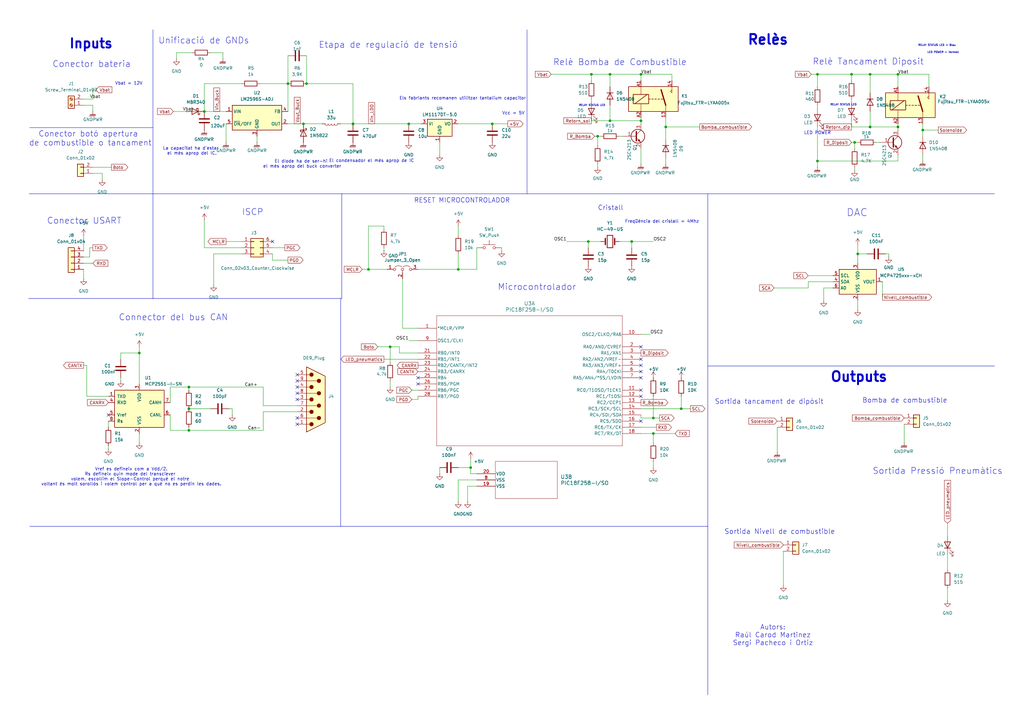
<source format=kicad_sch>
(kicad_sch (version 20231120) (generator "eeschema") (generator_version "8.0")
  (paper "A3")
  (junction (at 193.04 191.77))
  (junction (at 356.87 30.48))
  (junction (at 378.46 53.34))
  (junction (at 77.47 158.75))
  (junction (at 160.02 142.24))
  (junction (at 250.19 49.53))
  (junction (at 118.11 34.29))
  (junction (at 262.89 30.48))
  (junction (at 77.47 167.64))
  (junction (at 201.93 50.8))
  (junction (at 267.97 171.45))
  (junction (at 262.89 49.53))
  (junction (at 187.96 110.49))
  (junction (at 83.82 45.72))
  (junction (at 267.97 177.8))
  (junction (at 167.64 50.8))
  (junction (at 57.15 144.78))
  (junction (at 151.13 110.49))
  (junction (at 144.78 50.8))
  (junction (at 350.52 58.42))
  (junction (at 335.28 30.48))
  (junction (at 335.28 66.04))
  (junction (at 124.46 50.8))
  (junction (at 351.79 104.14))
  (junction (at 273.05 52.07))
  (junction (at 242.57 30.48))
  (junction (at 356.87 52.07))
  (junction (at 250.19 30.48))
  (junction (at 368.3 30.48))
  (junction (at 125.73 34.29))
  (junction (at 368.3 52.07))
  (junction (at 241.3 99.06))
  (junction (at 349.25 30.48))
  (junction (at 77.47 176.53))
  (junction (at 245.11 55.88))
  (junction (at 279.4 167.64))
  (junction (at 259.08 99.06))
  (no_connect (at 262.89 172.72))
  (no_connect (at 262.89 162.56))
  (no_connect (at 121.92 153.67))
  (no_connect (at 262.89 149.86))
  (no_connect (at 121.92 171.45))
  (no_connect (at 121.92 158.75))
  (no_connect (at 121.92 161.29))
  (no_connect (at 171.45 157.48))
  (no_connect (at 171.45 154.94))
  (no_connect (at 121.92 163.83))
  (no_connect (at 121.92 156.21))
  (no_connect (at 262.89 152.4))
  (no_connect (at 262.89 154.94))
  (no_connect (at 262.89 142.24))
  (no_connect (at 121.92 173.99))
  (no_connect (at 262.89 147.32))
  (no_connect (at 111.76 99.06))
  (no_connect (at 262.89 160.02))
  (no_connect (at 44.45 170.18))
  (wire (pts (xy 77.47 175.26) (xy 77.47 176.53)))
  (wire (pts (xy 144.78 50.8) (xy 167.64 50.8)))
  (wire (pts (xy 83.82 90.17) (xy 83.82 101.6)))
  (wire (pts (xy 318.77 175.26) (xy 318.77 185.42)))
  (wire (pts (xy 151.13 92.71) (xy 151.13 110.49)))
  (wire (pts (xy 349.25 58.42) (xy 350.52 58.42)))
  (wire (pts (xy 105.41 55.88) (xy 105.41 58.42)))
  (wire (pts (xy 160.02 142.24) (xy 163.83 142.24)))
  (wire (pts (xy 275.59 33.02) (xy 275.59 30.48)))
  (wire (pts (xy 118.11 22.86) (xy 118.11 34.29)))
  (wire (pts (xy 349.25 33.02) (xy 349.25 30.48)))
  (wire (pts (xy 205.74 101.6) (xy 205.74 102.87)))
  (wire (pts (xy 335.28 30.48) (xy 335.28 35.56)))
  (wire (pts (xy 332.74 30.48) (xy 335.28 30.48)))
  (wire (pts (xy 38.1 68.58) (xy 45.72 68.58)))
  (wire (pts (xy 370.84 173.99) (xy 370.84 181.61)))
  (wire (pts (xy 107.95 166.37) (xy 121.92 166.37)))
  (wire (pts (xy 154.94 142.24) (xy 160.02 142.24)))
  (wire (pts (xy 262.89 49.53) (xy 262.89 50.8)))
  (wire (pts (xy 187.96 196.85) (xy 187.96 205.74)))
  (wire (pts (xy 69.85 176.53) (xy 69.85 170.18)))
  (wire (pts (xy 250.19 43.18) (xy 250.19 49.53)))
  (wire (pts (xy 363.22 104.14) (xy 364.49 104.14)))
  (wire (pts (xy 34.29 114.3) (xy 34.29 110.49)))
  (wire (pts (xy 87.63 104.14) (xy 87.63 116.84)))
  (wire (pts (xy 368.3 50.8) (xy 368.3 52.07)))
  (wire (pts (xy 201.93 50.8) (xy 208.28 50.8)))
  (wire (pts (xy 193.04 187.96) (xy 193.04 191.77)))
  (wire (pts (xy 118.11 34.29) (xy 118.11 45.72)))
  (wire (pts (xy 107.95 168.91) (xy 107.95 176.53)))
  (wire (pts (xy 111.76 101.6) (xy 116.84 101.6)))
  (wire (pts (xy 57.15 144.78) (xy 57.15 157.48)))
  (wire (pts (xy 242.57 40.64) (xy 242.57 41.91)))
  (wire (pts (xy 193.04 191.77) (xy 193.04 194.31)))
  (wire (pts (xy 148.59 110.49) (xy 151.13 110.49)))
  (wire (pts (xy 279.4 167.64) (xy 283.21 167.64)))
  (wire (pts (xy 83.82 45.72) (xy 92.71 45.72)))
  (wire (pts (xy 92.71 50.8) (xy 92.71 58.42)))
  (wire (pts (xy 350.52 58.42) (xy 351.79 58.42)))
  (wire (pts (xy 273.05 52.07) (xy 287.02 52.07)))
  (wire (pts (xy 245.11 55.88) (xy 246.38 55.88)))
  (wire (pts (xy 171.45 162.56) (xy 171.45 163.83)))
  (wire (pts (xy 266.7 137.16) (xy 262.89 137.16)))
  (wire (pts (xy 250.19 49.53) (xy 262.89 49.53)))
  (wire (pts (xy 254 55.88) (xy 255.27 55.88)))
  (wire (pts (xy 107.95 168.91) (xy 121.92 168.91)))
  (wire (pts (xy 250.19 30.48) (xy 250.19 35.56)))
  (polyline (pts (xy 63.754 79.502) (xy 216.154 79.502)))
  (wire (pts (xy 262.89 60.96) (xy 262.89 67.31)))
  (wire (pts (xy 242.57 49.53) (xy 250.19 49.53)))
  (wire (pts (xy 38.1 71.12) (xy 41.91 71.12)))
  (wire (pts (xy 99.06 104.14) (xy 87.63 104.14)))
  (wire (pts (xy 38.1 36.83) (xy 38.1 40.64)))
  (wire (pts (xy 160.02 142.24) (xy 160.02 148.59)))
  (wire (pts (xy 38.1 45.72) (xy 38.1 43.18)))
  (wire (pts (xy 356.87 30.48) (xy 368.3 30.48)))
  (wire (pts (xy 163.83 144.78) (xy 163.83 142.24)))
  (wire (pts (xy 349.25 49.53) (xy 349.25 52.07)))
  (wire (pts (xy 144.78 34.29) (xy 144.78 50.8)))
  (wire (pts (xy 349.25 40.64) (xy 349.25 41.91)))
  (polyline (pts (xy 290.322 79.502) (xy 407.924 79.502)))
  (wire (pts (xy 262.89 171.45) (xy 267.97 171.45)))
  (wire (pts (xy 38.1 107.95) (xy 34.29 107.95)))
  (wire (pts (xy 35.56 149.86) (xy 35.56 162.56)))
  (wire (pts (xy 118.11 50.8) (xy 124.46 50.8)))
  (wire (pts (xy 273.05 67.31) (xy 273.05 64.77)))
  (wire (pts (xy 361.95 115.57) (xy 361.95 121.92)))
  (wire (pts (xy 71.12 45.72) (xy 76.2 45.72)))
  (wire (pts (xy 259.08 99.06) (xy 259.08 101.6)))
  (wire (pts (xy 171.45 144.78) (xy 163.83 144.78)))
  (wire (pts (xy 335.28 30.48) (xy 349.25 30.48)))
  (wire (pts (xy 39.37 36.83) (xy 38.1 36.83)))
  (wire (pts (xy 368.3 66.04) (xy 368.3 63.5)))
  (wire (pts (xy 356.87 38.1) (xy 356.87 30.48)))
  (wire (pts (xy 160.02 156.21) (xy 160.02 158.75)))
  (wire (pts (xy 359.41 58.42) (xy 360.68 58.42)))
  (wire (pts (xy 72.39 21.59) (xy 72.39 24.13)))
  (wire (pts (xy 95.25 167.64) (xy 93.98 167.64)))
  (wire (pts (xy 57.15 142.24) (xy 57.15 144.78)))
  (wire (pts (xy 356.87 45.72) (xy 356.87 52.07)))
  (polyline (pts (xy 290.322 79.502) (xy 290.322 215.9)))
  (wire (pts (xy 269.24 175.26) (xy 262.89 175.26)))
  (wire (pts (xy 165.1 114.3) (xy 165.1 134.62)))
  (wire (pts (xy 34.29 96.52) (xy 34.29 102.87)))
  (wire (pts (xy 83.82 34.29) (xy 99.06 34.29)))
  (wire (pts (xy 107.95 166.37) (xy 107.95 158.75)))
  (polyline (pts (xy 62.738 52.324) (xy 12.192 52.324)))
  (wire (pts (xy 350.52 68.58) (xy 350.52 69.85)))
  (wire (pts (xy 381 30.48) (xy 368.3 30.48)))
  (wire (pts (xy 44.45 182.88) (xy 44.45 184.15)))
  (wire (pts (xy 351.79 104.14) (xy 351.79 107.95)))
  (wire (pts (xy 69.85 158.75) (xy 77.47 158.75)))
  (polyline (pts (xy 140.208 122.428) (xy 140.208 79.502)))
  (wire (pts (xy 151.13 110.49) (xy 158.75 110.49)))
  (wire (pts (xy 262.89 33.02) (xy 262.89 30.48)))
  (wire (pts (xy 388.62 227.33) (xy 388.62 233.68)))
  (wire (pts (xy 180.34 58.42) (xy 180.34 63.5)))
  (wire (pts (xy 111.76 104.14) (xy 111.76 106.68)))
  (polyline (pts (xy 290.322 150.114) (xy 407.924 150.114)))
  (wire (pts (xy 187.96 104.14) (xy 187.96 110.49)))
  (wire (pts (xy 187.96 92.71) (xy 187.96 96.52)))
  (wire (pts (xy 368.3 52.07) (xy 368.3 53.34)))
  (wire (pts (xy 317.5 118.11) (xy 331.47 118.11)))
  (wire (pts (xy 187.96 50.8) (xy 201.93 50.8)))
  (wire (pts (xy 195.58 199.39) (xy 191.77 199.39)))
  (wire (pts (xy 69.85 176.53) (xy 77.47 176.53)))
  (polyline (pts (xy 62.738 122.428) (xy 140.208 122.428)))
  (polyline (pts (xy 139.7 122.428) (xy 139.7 215.9)))
  (polyline (pts (xy 12.192 215.9) (xy 139.7 215.9)))
  (wire (pts (xy 226.06 30.48) (xy 242.57 30.48)))
  (wire (pts (xy 381 35.56) (xy 381 30.48)))
  (wire (pts (xy 36.83 101.6) (xy 36.83 105.41)))
  (wire (pts (xy 77.47 160.02) (xy 77.47 158.75)))
  (wire (pts (xy 262.89 170.18) (xy 262.89 171.45)))
  (wire (pts (xy 69.85 158.75) (xy 69.85 165.1)))
  (wire (pts (xy 38.1 101.6) (xy 36.83 101.6)))
  (wire (pts (xy 125.73 22.86) (xy 125.73 34.29)))
  (wire (pts (xy 335.28 52.07) (xy 335.28 66.04)))
  (wire (pts (xy 279.4 162.56) (xy 279.4 167.64)))
  (wire (pts (xy 267.97 171.45) (xy 270.51 171.45)))
  (wire (pts (xy 335.28 43.18) (xy 335.28 44.45)))
  (wire (pts (xy 171.45 110.49) (xy 187.96 110.49)))
  (wire (pts (xy 331.47 118.11) (xy 331.47 115.57)))
  (polyline (pts (xy 62.738 12.192) (xy 62.738 122.428)))
  (wire (pts (xy 49.53 144.78) (xy 49.53 147.32)))
  (wire (pts (xy 78.74 21.59) (xy 72.39 21.59)))
  (wire (pts (xy 57.15 177.8) (xy 57.15 181.61)))
  (wire (pts (xy 41.91 71.12) (xy 41.91 73.66)))
  (wire (pts (xy 83.82 101.6) (xy 99.06 101.6)))
  (wire (pts (xy 250.19 30.48) (xy 262.89 30.48)))
  (wire (pts (xy 92.71 99.06) (xy 99.06 99.06)))
  (wire (pts (xy 36.83 105.41) (xy 34.29 105.41)))
  (wire (pts (xy 195.58 196.85) (xy 187.96 196.85)))
  (wire (pts (xy 384.81 53.34) (xy 378.46 53.34)))
  (wire (pts (xy 232.41 99.06) (xy 241.3 99.06)))
  (wire (pts (xy 262.89 177.8) (xy 267.97 177.8)))
  (polyline (pts (xy 290.322 215.9) (xy 139.7 215.9)))
  (wire (pts (xy 364.49 104.14) (xy 364.49 105.41)))
  (wire (pts (xy 125.73 34.29) (xy 144.78 34.29)))
  (wire (pts (xy 77.47 176.53) (xy 107.95 176.53)))
  (wire (pts (xy 139.7 50.8) (xy 144.78 50.8)))
  (wire (pts (xy 267.97 177.8) (xy 267.97 181.61)))
  (wire (pts (xy 91.44 21.59) (xy 91.44 24.13)))
  (wire (pts (xy 388.62 214.63) (xy 388.62 219.71)))
  (wire (pts (xy 77.47 167.64) (xy 86.36 167.64)))
  (wire (pts (xy 191.77 199.39) (xy 191.77 205.74)))
  (wire (pts (xy 242.57 30.48) (xy 250.19 30.48)))
  (wire (pts (xy 157.48 93.98) (xy 157.48 92.71)))
  (wire (pts (xy 168.91 160.02) (xy 171.45 160.02)))
  (polyline (pts (xy 11.938 79.502) (xy 63.754 79.502)))
  (wire (pts (xy 86.36 21.59) (xy 91.44 21.59)))
  (wire (pts (xy 349.25 52.07) (xy 356.87 52.07)))
  (wire (pts (xy 378.46 53.34) (xy 378.46 55.88)))
  (wire (pts (xy 388.62 241.3) (xy 388.62 246.38)))
  (wire (pts (xy 267.97 177.8) (xy 276.86 177.8)))
  (wire (pts (xy 44.45 175.26) (xy 44.45 172.72)))
  (wire (pts (xy 195.58 101.6) (xy 195.58 110.49)))
  (polyline (pts (xy 140.208 79.502) (xy 139.954 79.502)))
  (wire (pts (xy 273.05 52.07) (xy 273.05 57.15)))
  (wire (pts (xy 165.1 134.62) (xy 171.45 134.62)))
  (wire (pts (xy 331.47 115.57) (xy 341.63 115.57)))
  (wire (pts (xy 351.79 100.33) (xy 351.79 104.14)))
  (wire (pts (xy 187.96 110.49) (xy 195.58 110.49)))
  (wire (pts (xy 267.97 189.23) (xy 267.97 191.77)))
  (wire (pts (xy 245.11 67.31) (xy 245.11 68.58)))
  (wire (pts (xy 157.48 92.71) (xy 151.13 92.71)))
  (polyline (pts (xy 290.322 215.9) (xy 290.322 284.988)))
  (wire (pts (xy 378.46 63.5) (xy 378.46 66.04)))
  (polyline (pts (xy 216.154 79.502) (xy 290.322 79.502)))
  (wire (pts (xy 262.89 48.26) (xy 262.89 49.53)))
  (wire (pts (xy 321.31 226.06) (xy 321.31 240.03)))
  (wire (pts (xy 106.68 34.29) (xy 118.11 34.29)))
  (wire (pts (xy 349.25 30.48) (xy 356.87 30.48)))
  (wire (pts (xy 95.25 167.64) (xy 95.25 170.18)))
  (wire (pts (xy 195.58 194.31) (xy 193.04 194.31)))
  (wire (pts (xy 335.28 66.04) (xy 335.28 68.58)))
  (wire (pts (xy 243.84 55.88) (xy 245.11 55.88)))
  (wire (pts (xy 275.59 30.48) (xy 262.89 30.48)))
  (wire (pts (xy 378.46 50.8) (xy 378.46 53.34)))
  (wire (pts (xy 356.87 52.07) (xy 368.3 52.07)))
  (wire (pts (xy 111.76 106.68) (xy 118.11 106.68)))
  (wire (pts (xy 351.79 127) (xy 351.79 123.19)))
  (wire (pts (xy 335.28 66.04) (xy 368.3 66.04)))
  (polyline (pts (xy 11.684 122.428) (xy 62.738 122.428)))
  (wire (pts (xy 368.3 35.56) (xy 368.3 30.48)))
  (wire (pts (xy 351.79 104.14) (xy 355.6 104.14)))
  (wire (pts (xy 168.91 163.83) (xy 171.45 163.83)))
  (wire (pts (xy 337.82 118.11) (xy 337.82 123.19)))
  (wire (pts (xy 180.34 191.77) (xy 180.34 194.31)))
  (wire (pts (xy 157.48 147.32) (xy 171.45 147.32)))
  (wire (pts (xy 245.11 55.88) (xy 245.11 59.69)))
  (wire (pts (xy 35.56 162.56) (xy 44.45 162.56)))
  (wire (pts (xy 331.47 113.03) (xy 341.63 113.03)))
  (wire (pts (xy 77.47 158.75) (xy 107.95 158.75)))
  (wire (pts (xy 350.52 58.42) (xy 350.52 60.96)))
  (wire (pts (xy 38.1 43.18) (xy 34.29 43.18)))
  (wire (pts (xy 254 99.06) (xy 259.08 99.06)))
  (wire (pts (xy 157.48 101.6) (xy 157.48 102.87)))
  (wire (pts (xy 267.97 162.56) (xy 267.97 171.45)))
  (wire (pts (xy 49.53 144.78) (xy 57.15 144.78)))
  (wire (pts (xy 34.29 149.86) (xy 35.56 149.86)))
  (wire (pts (xy 124.46 50.8) (xy 132.08 50.8)))
  (wire (pts (xy 259.08 99.06) (xy 267.97 99.06)))
  (wire (pts (xy 262.89 167.64) (xy 279.4 167.64)))
  (wire (pts (xy 49.53 154.94) (xy 49.53 156.21)))
  (wire (pts (xy 171.45 139.7) (xy 167.64 139.7)))
  (wire (pts (xy 341.63 118.11) (xy 337.82 118.11)))
  (wire (pts (xy 241.3 101.6) (xy 241.3 99.06)))
  (polyline (pts (xy 216.154 12.192) (xy 216.154 79.502)))
  (wire (pts (xy 241.3 99.06) (xy 246.38 99.06)))
  (wire (pts (xy 242.57 33.02) (xy 242.57 30.48)))
  (wire (pts (xy 38.1 40.64) (xy 34.29 40.64)))
  (wire (pts (xy 83.82 45.72) (xy 83.82 34.29)))
  (wire (pts (xy 167.64 50.8) (xy 172.72 50.8)))
  (wire (pts (xy 187.96 191.77) (xy 193.04 191.77)))
  (wire (pts (xy 273.05 48.26) (xy 273.05 52.07)))
  (text "DAC" (at 351.536 87.376 0) (effects (font (size 3 3))))
  (text "Relè Bomba de Combustible\n" (at 254.254 25.654 0) (effects (font (size 2.54 2.54))))
  (text "Cristall" (at 250.444 85.344 0) (effects (font (size 1.905 1.905))))
  (text "LED POWER = Vermell\n" (at 386.842 21.59 0) (effects (font (size 0.762 0.762))))
  (text "RESET MICROCONTROLADOR\n" (at 189.484 82.296 0) (effects (font (size 1.905 1.905))))
  (text "El díode ha de ser-hi \nel més aprop del buck converter" (at 123.952 67.31 0) (effects (font (size 1.27 1.27))))
  (text "Etapa de regulació de tensió\n" (at 159.258 18.542 0) (effects (font (size 2.56 2.56))))
  (text "RELAY STATUS LED = Blau\n\n" (at 384.302 19.304 0) (effects (font (size 0.762 0.762))))
  (text "Outputs" (at 352.298 154.686 0) (effects (font (size 4 4) (thickness 0.8) (bold yes))))
  (text "Conector USART" (at 34.544 90.678 0) (effects (font (size 2.54 2.54))))
  (text "El condensador el més aprop de IC" (at 152.4 66.04 0) (effects (font (size 1.27 1.27))))
  (text "RELAY STATUS LED\n\n" (at 242.824 43.942 0) (effects (font (size 0.762 0.762))))
  (text "Vref es defineix com a Vdd/2.\nRs defineix quin mode del transciever \nvolem, escollim el Slope-Control perquè el notre \nvoltant és molt sorollòs i volem control per a què no es perdin les dades.\n" (at 53.848 195.58 0) (effects (font (size 1.27 1.27))))
  (text "Vbat = 12V" (at 52.832 34.29 0) (effects (font (size 1.27 1.27))))
  (text "Sortida tancament de dipòsit\n" (at 315.468 164.846 0) (effects (font (size 2 2))))
  (text "Vcc = 5V\n" (at 210.566 46.482 0) (effects (font (size 1.27 1.27))))
  (text "Bomba de combustible\n" (at 371.094 164.338 0) (effects (font (size 2 2))))
  (text "RELAY STATUS LED\n\n" (at 345.948 43.688 0) (effects (font (size 0.762 0.762))))
  (text "Unificació de GNDs\n" (at 83.566 16.764 0) (effects (font (size 2.54 2.54))))
  (text "Freqüència del cristall = 4Mhz" (at 271.526 90.932 0) (effects (font (size 1.27 1.27))))
  (text "Inputs" (at 37.338 18.034 0) (effects (font (size 3.81 3.81) (thickness 0.762) (bold yes))))
  (text "Relès\n\n\n" (at 314.96 22.86 0) (effects (font (size 4 4) (thickness 0.8) (bold yes))))
  (text "Sortida Pressió Pneumàtics" (at 384.556 193.294 0) (effects (font (size 2.54 2.54))))
  (text "Sortida Nivell de combustible\n" (at 319.786 218.186 0) (effects (font (size 2 2))))
  (text "Microcontrolador" (at 220.218 117.856 0) (effects (font (size 2.54 2.54))))
  (text "Els fabriants recomanen utilitzar tantalium capacitor" (at 189.738 40.386 0) (effects (font (size 1.27 1.27))))
  (text "LED POWER\n" (at 335.28 54.61 0) (effects (font (size 1.27 1.27))))
  (text "La capacitat ha d'estar \nel més aprop del IC." (at 78.74 61.976 0) (effects (font (size 1.27 1.27))))
  (text "Autors:\nRaúl Carod Martinez\nSergi Pacheco i Ortiz\n" (at 316.992 260.604 0) (effects (font (size 2 2))))
  (text "Conector botó apertura \nde combustible o tancament" (at 37.084 56.896 0) (effects (font (size 2.3 2.3))))
  (text "Conector bateria" (at 37.592 26.416 0) (effects (font (size 2.54 2.54))))
  (text "Relè Tancament Diposit\n" (at 356.108 25.4 0) (effects (font (size 2.54 2.54))))
  (text "Connector del bus CAN" (at 71.12 130.302 0) (effects (font (size 2.54 2.54))))
  (text "ISCP" (at 103.632 87.122 0) (effects (font (size 2.54 2.54))))
  (label "Vbat" (at 368.3 30.48 0))
  (label "OSC2" (at 267.97 99.06 0))
  (label "Vbat" (at 262.89 30.48 0))
  (label "OSC1" (at 232.41 99.06 180))
  (label "Vbat" (at 74.93 45.72 0))
  (label "OSC2" (at 266.7 137.16 0))
  (label "Vbat" (at 36.83 40.64 0))
  (label "Can+" (at 100.33 158.75 0))
  (label "OSC1" (at 167.64 139.7 180))
  (label "Can-" (at 101.6 176.53 0))
  (global_label "SCA" (shape input) (at 317.5 118.11 180) (property "Intersheetrefs" "${INTERSHEET_REFS}" (effects (hide yes))))
  (global_label "TXD" (shape input) (at 276.86 177.8 0) (property "Intersheetrefs" "${INTERSHEET_REFS}" (effects (hide yes))))
  (global_label "RXD" (shape input) (at 38.1 107.95 0) (property "Intersheetrefs" "${INTERSHEET_REFS}" (effects (hide yes))))
  (global_label "Retorn_dip" (shape passive) (at 349.25 52.07 180) (property "Intersheetrefs" "${INTERSHEET_REFS}" (effects (hide yes))))
  (global_label "Vin_Buck" (shape passive) (at 88.9 45.72 90) (property "Intersheetrefs" "${INTERSHEET_REFS}" (effects (hide yes))))
  (global_label "SCA" (shape output) (at 270.51 171.45 0) (property "Intersheetrefs" "${INTERSHEET_REFS}" (effects (hide yes))))
  (global_label "Vbat" (shape input) (at 71.12 45.72 180) (property "Intersheetrefs" "${INTERSHEET_REFS}" (effects (hide yes))))
  (global_label "CANTX" (shape input) (at 171.45 152.4 180) (property "Intersheetrefs" "${INTERSHEET_REFS}" (effects (hide yes))))
  (global_label "Vin_LDO" (shape passive) (at 152.4 50.8 90) (property "Intersheetrefs" "${INTERSHEET_REFS}" (effects (hide yes))))
  (global_label "Bomba_combustible" (shape input) (at 370.84 171.45 180) (property "Intersheetrefs" "${INTERSHEET_REFS}" (effects (hide yes))))
  (global_label "Vbat" (shape input) (at 226.06 30.48 180) (property "Intersheetrefs" "${INTERSHEET_REFS}" (effects (hide yes))))
  (global_label "Boto" (shape output) (at 45.72 68.58 0) (property "Intersheetrefs" "${INTERSHEET_REFS}" (effects (hide yes))))
  (global_label "Retorn_sol" (shape passive) (at 242.57 49.53 180) (property "Intersheetrefs" "${INTERSHEET_REFS}" (effects (hide yes))))
  (global_label "R_Dipòsit" (shape output) (at 262.89 144.78 0) (property "Intersheetrefs" "${INTERSHEET_REFS}" (effects (hide yes))))
  (global_label "Vout_Buck" (shape passive) (at 121.92 50.8 90) (property "Intersheetrefs" "${INTERSHEET_REFS}" (effects (hide yes))))
  (global_label "TXD" (shape output) (at 38.1 101.6 0) (property "Intersheetrefs" "${INTERSHEET_REFS}" (effects (hide yes))))
  (global_label "Solenoide" (shape output) (at 384.81 53.34 0) (property "Intersheetrefs" "${INTERSHEET_REFS}" (effects (hide yes))))
  (global_label "SCL" (shape input) (at 331.47 113.03 180) (property "Intersheetrefs" "${INTERSHEET_REFS}" (effects (hide yes))))
  (global_label "RXD" (shape output) (at 269.24 175.26 0) (property "Intersheetrefs" "${INTERSHEET_REFS}" (effects (hide yes))))
  (global_label "Nivell_combustible" (shape input) (at 321.31 223.52 180) (property "Intersheetrefs" "${INTERSHEET_REFS}" (effects (hide yes))))
  (global_label "PGC" (shape input) (at 168.91 160.02 180) (property "Intersheetrefs" "${INTERSHEET_REFS}" (effects (hide yes))))
  (global_label "Vbat" (shape input) (at 332.74 30.48 180) (property "Intersheetrefs" "${INTERSHEET_REFS}" (effects (hide yes))))
  (global_label "MCLR" (shape input) (at 148.59 110.49 180) (property "Intersheetrefs" "${INTERSHEET_REFS}" (effects (hide yes))))
  (global_label "CANTX" (shape output) (at 34.29 149.86 180) (property "Intersheetrefs" "${INTERSHEET_REFS}" (effects (hide yes))))
  (global_label "LED_pneumatics" (shape output) (at 157.48 147.32 180) (property "Intersheetrefs" "${INTERSHEET_REFS}" (effects (hide yes))))
  (global_label "Boto" (shape input) (at 154.94 142.24 180) (property "Intersheetrefs" "${INTERSHEET_REFS}" (effects (hide yes))))
  (global_label "Solenoide" (shape input) (at 318.77 172.72 180) (property "Intersheetrefs" "${INTERSHEET_REFS}" (effects (hide yes))))
  (global_label "+5V" (shape output) (at 208.28 50.8 0) (property "Intersheetrefs" "${INTERSHEET_REFS}" (effects (hide yes))))
  (global_label "Bomba_combustible" (shape output) (at 287.02 52.07 0) (property "Intersheetrefs" "${INTERSHEET_REFS}" (effects (hide yes))))
  (global_label "R_Dipòsit" (shape input) (at 349.25 58.42 180) (property "Intersheetrefs" "${INTERSHEET_REFS}" (effects (hide yes))))
  (global_label "CANRX" (shape output) (at 171.45 149.86 180) (property "Intersheetrefs" "${INTERSHEET_REFS}" (effects (hide yes))))
  (global_label "LED_pneumatics" (shape input) (at 388.62 214.63 90) (property "Intersheetrefs" "${INTERSHEET_REFS}" (effects (hide yes))))
  (global_label "MCLR" (shape output) (at 92.71 99.06 180) (property "Intersheetrefs" "${INTERSHEET_REFS}" (effects (hide yes))))
  (global_label "PGD" (shape input) (at 168.91 163.83 180) (property "Intersheetrefs" "${INTERSHEET_REFS}" (effects (hide yes))))
  (global_label "R_Bomba" (shape input) (at 243.84 55.88 180) (property "Intersheetrefs" "${INTERSHEET_REFS}" (effects (hide yes))))
  (global_label "Nivell_combustible" (shape output) (at 361.95 121.92 0) (property "Intersheetrefs" "${INTERSHEET_REFS}" (effects (hide yes))))
  (global_label "R_Bomba" (shape output) (at 262.89 165.1 0) (property "Intersheetrefs" "${INTERSHEET_REFS}" (effects (hide yes))))
  (global_label "CANRX" (shape input) (at 44.45 165.1 180) (property "Intersheetrefs" "${INTERSHEET_REFS}" (effects (hide yes))))
  (global_label "PGD" (shape output) (at 118.11 106.68 0) (property "Intersheetrefs" "${INTERSHEET_REFS}" (effects (hide yes))))
  (global_label "SCL" (shape output) (at 283.21 167.64 0) (property "Intersheetrefs" "${INTERSHEET_REFS}" (effects (hide yes))))
  (global_label "PGC" (shape output) (at 116.84 101.6 0) (property "Intersheetrefs" "${INTERSHEET_REFS}" (effects (hide yes))))
  (global_label "Vbat" (shape input) (at 39.37 36.83 0) (property "Intersheetrefs" "${INTERSHEET_REFS}" (effects (hide yes))))
  (symbol (lib_id "Diode:1N5822") (at 124.46 54.61 270) (unit 1)
    (property "Reference" "D2" (at 127 53.0224 90) (effects (justify left)))
    (property "Value" "1N5822" (at 127 55.5624 90) (effects (justify left)))
    (property "Footprint" "Diode_THT:D_DO-201AD_P15.24mm_Horizontal" (effects (hide yes)))
    (property "Datasheet" "http://www.vishay.com/docs/88526/1n5820.pdf" (effects (hide yes)))
    (property "Description" "40V 3A Schottky Barrier Rectifier Diode, DO-201AD" (effects (hide yes)))
  )
  (symbol (lib_id "Switch:SW_Push") (at 200.66 101.6 0) (unit 1)
    (property "Reference" "SW1" (at 200.66 93.98 0))
    (property "Value" "SW_Push" (at 200.66 96.52 0))
    (property "Footprint" "Button_Switch_SMD:SW_Push_SPST_NO_Alps_SKRK" (effects (hide yes)))
    (property "Description" "Push button switch, generic, two pins" (effects (hide yes)))
  )
  (symbol (lib_id "power:VCC") (at 187.96 92.71 0) (unit 1)
    (property "Reference" "#PWR40" (effects (hide yes)))
    (property "Value" "+5V" (at 187.96 87.63 0))
    (property "Description" "Power symbol creates a global label with name \"VCC\"" (effects (hide yes)))
  )
  (symbol (lib_id "Device:R") (at 349.25 36.83 0) (unit 1)
    (property "Reference" "R16" (at 343.916 35.56 0) (effects (justify left)))
    (property "Value" "510" (at 343.916 38.1 0) (effects (justify left)))
    (property "Footprint" "Resistor_SMD:R_1206_3216Metric" (effects (hide yes)))
    (property "Description" "Resistor" (effects (hide yes)))
  )
  (symbol (lib_id "Diode:MBR340") (at 80.01 45.72 180) (unit 1)
    (property "Reference" "D1" (at 80.3275 39.37 0))
    (property "Value" "MBR340" (at 80.3275 41.91 0))
    (property "Footprint" "Diode_THT:D_DO-201AD_P15.24mm_Horizontal" (effects (hide yes)))
    (property "Datasheet" "http://www.onsemi.com/pub_link/Collateral/MBR340-D.PDF" (effects (hide yes)))
    (property "Description" "40V 3A Schottky Barrier Rectifier Diode, DO-201AD" (effects (hide yes)))
  )
  (symbol (lib_id "power:GND") (at 95.25 170.18 0) (unit 1)
    (property "Reference" "#PWR13" (effects (hide yes)))
    (property "Value" "GND" (at 95.25 175.26 0))
    (property "Description" "Power symbol creates a global label with name \"GND\" , ground" (effects (hide yes)))
  )
  (symbol (lib_id "power:VCC") (at 193.04 187.96 0) (unit 1)
    (property "Reference" "#PWR25" (effects (hide yes)))
    (property "Value" "+5V" (at 196.342 189.23 0))
    (property "Description" "Power symbol creates a global label with name \"VCC\"" (effects (hide yes)))
  )
  (symbol (lib_id "Device:C") (at 241.3 105.41 0) (unit 1)
    (property "Reference" "C3" (at 245.11 104.1399 0) (effects (justify left)))
    (property "Value" "15p" (at 245.11 106.6799 0) (effects (justify left)))
    (property "Footprint" "Capacitor_SMD:C_0805_2012Metric" (effects (hide yes)))
    (property "Description" "Unpolarized capacitor" (effects (hide yes)))
  )
  (symbol (lib_id "Device:L") (at 135.89 50.8 270) (unit 1)
    (property "Reference" "L1" (at 135.89 45.72 90))
    (property "Value" "33u" (at 135.89 48.26 90))
    (property "Footprint" "Inductor_SMD:L_1206_3216Metric" (effects (hide yes)))
    (property "Description" "Inductor" (effects (hide yes)))
  )
  (symbol (lib_id "Device:C") (at 359.41 104.14 90) (unit 1)
    (property "Reference" "C11" (at 359.41 96.52 90))
    (property "Value" "100nF" (at 359.41 99.06 90))
    (property "Footprint" "Capacitor_SMD:C_1206_3216Metric" (effects (hide yes)))
    (property "Description" "Unpolarized capacitor" (effects (hide yes)))
  )
  (symbol (lib_id "power:GND") (at 321.31 240.03 0) (unit 1)
    (property "Reference" "#PWR45" (effects (hide yes)))
    (property "Value" "GND" (at 321.31 245.11 0))
    (property "Description" "Power symbol creates a global label with name \"GND\" , ground" (effects (hide yes)))
  )
  (symbol (lib_id "power:GND") (at 72.39 24.13 0) (unit 1)
    (property "Reference" "#PWR8" (effects (hide yes)))
    (property "Value" "GND" (at 72.39 29.21 0))
    (property "Description" "Power symbol creates a global label with name \"GND\" , ground" (effects (hide yes)))
  )
  (symbol (lib_id "Interface_CAN_LIN:MCP2551-I-SN") (at 57.15 167.64 0) (unit 1)
    (property "Reference" "U1" (at 59.3441 154.94 0) (effects (justify left)))
    (property "Value" "MCP2551-I-SN" (at 59.3441 157.48 0) (effects (justify left)))
    (property "Footprint" "Package_SO:SOIC-8_3.9x4.9mm_P1.27mm" (effects (hide yes)))
    (property "Datasheet" "http://ww1.microchip.com/downloads/en/devicedoc/21667d.pdf" (effects (hide yes)))
    (property "Description" "High-Speed CAN Transceiver, 1Mbps, 5V supply, SOIC-8" (effects (hide yes)))
  )
  (symbol (lib_id "power:GNDPWR") (at 273.05 67.31 0) (unit 1)
    (property "Reference" "#PWR38" (effects (hide yes)))
    (property "Value" "GNDPWR" (at 272.796 70.866 0))
    (property "Description" "Power symbol creates a global label with name \"GNDPWR\" , global ground" (effects (hide yes)))
  )
  (symbol (lib_id "power:GNDPWR") (at 144.78 58.42 0) (unit 1)
    (property "Reference" "#PWR17" (effects (hide yes)))
    (property "Value" "GNDPWR" (at 144.653 62.23 0))
    (property "Description" "Power symbol creates a global label with name \"GNDPWR\" , global ground" (effects (hide yes)))
  )
  (symbol (lib_id "Device:C") (at 90.17 167.64 90) (unit 1)
    (property "Reference" "C4" (at 90.17 160.02 90))
    (property "Value" "100pF" (at 90.17 162.56 90))
    (property "Footprint" "Capacitor_SMD:C_1206_3216Metric" (effects (hide yes)))
    (property "Description" "Unpolarized capacitor" (effects (hide yes)))
  )
  (symbol (lib_id "Device:R") (at 77.47 163.83 0) (unit 1)
    (property "Reference" "R2" (at 80.01 162.5599 0) (effects (justify left)))
    (property "Value" "60" (at 80.01 165.0999 0) (effects (justify left)))
    (property "Footprint" "Resistor_SMD:R_1206_3216Metric" (effects (hide yes)))
    (property "Description" "Resistor" (effects (hide yes)))
  )
  (symbol (lib_id "power:GND") (at 205.74 102.87 0) (unit 1)
    (property "Reference" "#PWR41" (effects (hide yes)))
    (property "Value" "GND" (at 205.74 107.95 0))
    (property "Description" "Power symbol creates a global label with name \"GND\" , ground" (effects (hide yes)))
  )
  (symbol (lib_id "power:GNDPWR") (at 105.41 58.42 0) (unit 1)
    (property "Reference" "#PWR14" (effects (hide yes)))
    (property "Value" "GNDPWR" (at 105.41 61.722 0))
    (property "Description" "Power symbol creates a global label with name \"GNDPWR\" , global ground" (effects (hide yes)))
  )
  (symbol (lib_id "Device:C") (at 144.78 54.61 0) (unit 1)
    (property "Reference" "C7" (at 148.59 53.3399 0) (effects (justify left)))
    (property "Value" "470uF" (at 148.59 55.8799 0) (effects (justify left)))
    (property "Footprint" "Capacitor_SMD:CP_Elec_10x10" (effects (hide yes)))
    (property "Description" "Unpolarized capacitor" (effects (hide yes)))
  )
  (symbol (lib_id "Device:R") (at 267.97 185.42 0) (unit 1)
    (property "Reference" "R20" (at 270.51 184.1499 0) (effects (justify left)))
    (property "Value" "10k" (at 270.51 186.6899 0) (effects (justify left)))
    (property "Footprint" "Resistor_SMD:R_1206_3216Metric" (effects (hide yes)))
    (property "Description" "Resistor" (effects (hide yes)))
  )
  (symbol (lib_id "power:GND") (at 44.45 184.15 0) (unit 1)
    (property "Reference" "#PWR4" (effects (hide yes)))
    (property "Value" "GND" (at 44.45 189.23 0))
    (property "Description" "Power symbol creates a global label with name \"GND\" , ground" (effects (hide yes)))
  )
  (symbol (lib_id "power:GNDPWR") (at 370.84 181.61 0) (unit 1)
    (property "Reference" "#PWR43" (effects (hide yes)))
    (property "Value" "GNDPWR" (at 370.586 185.166 0))
    (property "Description" "Power symbol creates a global label with name \"GNDPWR\" , global ground" (effects (hide yes)))
  )
  (symbol (lib_id "Connector_Generic:Conn_01x02") (at 323.85 172.72 0) (unit 1)
    (property "Reference" "J6" (at 326.39 172.7199 0) (effects (justify left)))
    (property "Value" "Conn_01x02" (at 326.39 175.2599 0) (effects (justify left)))
    (property "Footprint" "Connector_PinHeader_2.54mm:PinHeader_1x02_P2.54mm_Vertical" (effects (hide yes)))
    (property "Description" "Generic connector, single row, 01x02, script generated (kicad-library-utils/schlib/autogen/connector/)" (effects (hide yes)))
  )
  (symbol (lib_id "Regulator_Switching:LM2596S-ADJ") (at 105.41 48.26 0) (unit 1)
    (property "Reference" "U2" (at 105.41 38.1 0))
    (property "Value" "LM2596S-ADJ" (at 105.41 40.64 0))
    (property "Footprint" "Library:TO-263-5_TabPin3" (effects (hide yes)))
    (property "Datasheet" "http://www.ti.com/lit/ds/symlink/lm2596.pdf" (effects (hide yes)))
    (property "Description" "Adjustable 3A Step-Down Voltage Regulator, TO-263" (effects (hide yes)))
  )
  (symbol (lib_id "Diode:1N5408") (at 356.87 41.91 270) (unit 1)
    (property "Reference" "D8" (at 359.41 40.6399 90) (effects (justify left)))
    (property "Value" "1N5408" (at 359.41 43.1799 90) (effects (justify left)))
    (property "Footprint" "Diode_THT:D_DO-201AD_P15.24mm_Horizontal" (effects (hide yes)))
    (property "Datasheet" "http://www.vishay.com/docs/88516/1n5400.pdf" (effects (hide yes)))
    (property "Description" "1000V 3A General Purpose Rectifier Diode, DO-201AD" (effects (hide yes)))
    (property "Sim.Device" "D" (effects (hide yes)))
    (property "Sim.Pins" "1=K 2=A" (effects (hide yes)))
  )
  (symbol (lib_id "Device:R") (at 242.57 36.83 0) (unit 1)
    (property "Reference" "R13" (at 237.236 35.56 0) (effects (justify left)))
    (property "Value" "510" (at 237.236 38.1 0) (effects (justify left)))
    (property "Footprint" "Resistor_SMD:R_1206_3216Metric" (effects (hide yes)))
    (property "Description" "Resistor" (effects (hide yes)))
  )
  (symbol (lib_id "power:GND") (at 187.96 205.74 0) (unit 1)
    (property "Reference" "#PWR23" (effects (hide yes)))
    (property "Value" "GND" (at 187.96 210.82 0))
    (property "Description" "Power symbol creates a global label with name \"GND\" , ground" (effects (hide yes)))
  )
  (symbol (lib_id "power:GND") (at 364.49 105.41 0) (unit 1)
    (property "Reference" "#PWR32" (effects (hide yes)))
    (property "Value" "GND" (at 364.49 109.728 0))
    (property "Description" "Power symbol creates a global label with name \"GND\" , ground" (effects (hide yes)))
  )
  (symbol (lib_id "power:GND") (at 180.34 63.5 0) (unit 1)
    (property "Reference" "#PWR21" (effects (hide yes)))
    (property "Value" "GND" (at 180.34 68.58 0))
    (property "Description" "Power symbol creates a global label with name \"GND\" , ground" (effects (hide yes)))
  )
  (symbol (lib_id "Connector_Generic:Conn_02x03_Counter_Clockwise") (at 104.14 101.6 0) (unit 1)
    (property "Reference" "J3" (at 104.14 95.504 0))
    (property "Value" "Conn_02x03_Counter_Clockwise" (at 105.664 109.982 0))
    (property "Footprint" "Connector_PinHeader_2.54mm:PinHeader_2x03_P2.54mm_Vertical" (effects (hide yes)))
    (property "Description" "Generic connector, double row, 02x03, counter clockwise pin numbering scheme (similar to DIP package numbering), script generated (kicad-library-utils/schlib/autogen/connector/)" (effects (hide yes)))
  )
  (symbol (lib_id "power:GND") (at 259.08 109.22 0) (unit 1)
    (property "Reference" "#PWR15" (effects (hide yes)))
    (property "Value" "GND" (at 259.08 114.3 0))
    (property "Description" "Power symbol creates a global label with name \"GND\" , ground" (effects (hide yes)))
  )
  (symbol (lib_id "Connector_Generic:Conn_01x02") (at 326.39 223.52 0) (unit 1)
    (property "Reference" "J7" (at 328.93 223.5199 0) (effects (justify left)))
    (property "Value" "Conn_01x02" (at 328.93 226.0599 0) (effects (justify left)))
    (property "Footprint" "Connector_PinHeader_2.54mm:PinHeader_1x02_P2.54mm_Vertical" (effects (hide yes)))
    (property "Description" "Generic connector, single row, 01x02, script generated (kicad-library-utils/schlib/autogen/connector/)" (effects (hide yes)))
  )
  (symbol (lib_id "power:GNDPWR") (at 378.46 66.04 0) (unit 1)
    (property "Reference" "#PWR39" (effects (hide yes)))
    (property "Value" "GNDPWR" (at 378.206 69.596 0))
    (property "Description" "Power symbol creates a global label with name \"GNDPWR\" , global ground" (effects (hide yes)))
  )
  (symbol (lib_id "power:GNDPWR") (at 91.44 24.13 0) (unit 1)
    (property "Reference" "#PWR11" (effects (hide yes)))
    (property "Value" "GNDPWR" (at 91.44 27.94 0))
    (property "Description" "Power symbol creates a global label with name \"GNDPWR\" , global ground" (effects (hide yes)))
  )
  (symbol (lib_id "Device:R") (at 279.4 158.75 0) (unit 1)
    (property "Reference" "R10" (at 281.94 157.4799 0) (effects (justify left)))
    (property "Value" "10K" (at 281.94 160.0199 0) (effects (justify left)))
    (property "Footprint" "Resistor_SMD:R_1206_3216Metric" (effects (hide yes)))
    (property "Description" "Resistor" (effects (hide yes)))
  )
  (symbol (lib_id "power:GND") (at 34.29 114.3 0) (unit 1)
    (property "Reference" "#PWR47" (effects (hide yes)))
    (property "Value" "GND" (at 34.29 119.38 0))
    (property "Description" "Power symbol creates a global label with name \"GND\" , ground" (effects (hide yes)))
  )
  (symbol (lib_id "power:GND") (at 160.02 158.75 0) (unit 1)
    (property "Reference" "#PWR19" (effects (hide yes)))
    (property "Value" "GND" (at 160.02 163.83 0))
    (property "Description" "Power symbol creates a global label with name \"GND\" , ground" (effects (hide yes)))
  )
  (symbol (lib_id "power:GND") (at 351.79 127 0) (unit 1)
    (property "Reference" "#PWR30" (effects (hide yes)))
    (property "Value" "GND" (at 351.79 132.08 0))
    (property "Description" "Power symbol creates a global label with name \"GND\" , ground" (effects (hide yes)))
  )
  (symbol (lib_id "Device:R") (at 355.6 58.42 90) (unit 1)
    (property "Reference" "R18" (at 355.346 54.61 90))
    (property "Value" "1k" (at 355.346 56.134 90))
    (property "Footprint" "Resistor_SMD:R_1206_3216Metric" (effects (hide yes)))
    (property "Description" "Resistor" (effects (hide yes)))
  )
  (symbol (lib_id "Transistor_BJT:2SC4213") (at 260.35 55.88 0) (unit 1)
    (property "Reference" "Q1" (at 260.35 60.452 90))
    (property "Value" "2SC4213" (at 258.064 61.468 90))
    (property "Footprint" "Package_TO_SOT_SMD:SOT-323_SC-70" (effects (hide yes)))
    (property "Datasheet" "https://toshiba.semicon-storage.com/info/docget.jsp?did=19305&prodName=2SC4213" (effects (hide yes)))
    (property "Description" "0.3A Ic, 20V Vce, NPN Transistor, For Muting and Switching, SOT-323" (effects (hide yes)))
  )
  (symbol (lib_id "power:GND") (at 337.82 123.19 0) (unit 1)
    (property "Reference" "#PWR27" (effects (hide yes)))
    (property "Value" "GND" (at 337.82 128.27 0))
    (property "Description" "Power symbol creates a global label with name \"GND\" , ground" (effects (hide yes)))
  )
  (symbol (lib_id "Device:LED") (at 388.62 223.52 90) (unit 1)
    (property "Reference" "D4" (at 384.302 223.774 90) (effects (justify right)))
    (property "Value" "LED" (at 384.048 227.076 90) (effects (justify right)))
    (property "Footprint" "LED_SMD:LED_0805_2012Metric" (effects (hide yes)))
    (property "Description" "Light emitting diode" (effects (hide yes)))
  )
  (symbol (lib_id "Device:C") (at 167.64 54.61 0) (unit 1)
    (property "Reference" "C8" (at 171.45 53.3399 0) (effects (justify left)))
    (property "Value" "10u" (at 171.45 55.8799 0) (effects (justify left)))
    (property "Footprint" "Capacitor_Tantalum_SMD:CP_EIA-3528-12_Kemet-T" (effects (hide yes)))
    (property "Description" "Unpolarized capacitor" (effects (hide yes)))
  )
  (symbol (lib_id "power:GNDPWR") (at 83.82 53.34 0) (unit 1)
    (property "Reference" "#PWR9" (effects (hide yes)))
    (property "Value" "GNDPWR" (at 83.693 57.15 0))
    (property "Description" "Power symbol creates a global label with name \"GNDPWR\" , global ground" (effects (hide yes)))
  )
  (symbol (lib_id "power:GNDPWR") (at 335.28 68.58 0) (unit 1)
    (property "Reference" "#PWR33" (effects (hide yes)))
    (property "Value" "GNDPWR" (at 335.026 72.136 0))
    (property "Description" "Power symbol creates a global label with name \"GNDPWR\" , global ground" (effects (hide yes)))
  )
  (symbol (lib_id "Device:C") (at 259.08 105.41 180) (unit 1)
    (property "Reference" "C5" (at 262.89 104.1399 0) (effects (justify right)))
    (property "Value" "15p" (at 262.89 106.6799 0) (effects (justify right)))
    (property "Footprint" "Capacitor_SMD:C_0805_2012Metric" (effects (hide yes)))
    (property "Description" "Unpolarized capacitor" (effects (hide yes)))
  )
  (symbol (lib_id "Connector_Generic:Conn_01x02") (at 375.92 171.45 0) (unit 1)
    (property "Reference" "J5" (at 378.46 171.4499 0) (effects (justify left)))
    (property "Value" "Conn_01x02" (at 378.46 173.9899 0) (effects (justify left)))
    (property "Footprint" "Connector_PinHeader_2.54mm:PinHeader_1x02_P2.54mm_Vertical" (effects (hide yes)))
    (property "Description" "Generic connector, single row, 01x02, script generated (kicad-library-utils/schlib/autogen/connector/)" (effects (hide yes)))
  )
  (symbol (lib_id "power:VCC") (at 267.97 154.94 0) (unit 1)
    (property "Reference" "#PWR28" (effects (hide yes)))
    (property "Value" "+5V" (at 267.97 151.384 0))
    (property "Description" "Power symbol creates a global label with name \"VCC\"" (effects (hide yes)))
  )
  (symbol (lib_id "Device:C") (at 49.53 151.13 0) (unit 1)
    (property "Reference" "C1" (at 42.7753 149.9869 0) (effects (justify left)))
    (property "Value" "100nF" (at 41.5053 152.5269 0) (effects (justify left)))
    (property "Footprint" "Capacitor_SMD:C_1206_3216Metric" (effects (hide yes)))
    (property "Description" "Unpolarized capacitor" (effects (hide yes)))
  )
  (symbol (lib_id "Device:R") (at 245.11 63.5 0) (unit 1)
    (property "Reference" "R14" (at 247.65 62.2299 0) (effects (justify left)))
    (property "Value" "4,7k" (at 247.65 64.7699 0) (effects (justify left)))
    (property "Footprint" "Resistor_SMD:R_1206_3216Metric" (effects (hide yes)))
    (property "Description" "Resistor" (effects (hide yes)))
  )
  (symbol (lib_id "Device:C") (at 184.15 191.77 90) (unit 1)
    (property "Reference" "C9" (at 184.15 184.15 90))
    (property "Value" "100nF" (at 184.15 186.69 90))
    (property "Footprint" "Capacitor_SMD:C_1206_3216Metric" (effects (hide yes)))
    (property "Description" "Unpolarized capacitor" (effects (hide yes)))
  )
  (symbol (lib_id "Connector:Screw_Terminal_01x02") (at 29.21 43.18 180) (unit 1)
    (property "Reference" "J1" (at 29.21 34.29 0))
    (property "Value" "Screw_Terminal_01x02" (at 29.21 36.83 0))
    (property "Footprint" "TerminalBlock:TerminalBlock_Altech_AK300-2_P5.00mm" (effects (hide yes)))
    (property "Description" "Generic screw terminal, single row, 01x02, script generated (kicad-library-utils/schlib/autogen/connector/)" (effects (hide yes)))
  )
  (symbol (lib_id "Connector_Generic:Conn_01x02") (at 33.02 71.12 180) (unit 1)
    (property "Reference" "J2" (at 33.02 62.23 0))
    (property "Value" "Conn_01x02" (at 33.02 64.77 0))
    (property "Footprint" "Connector_PinHeader_2.00mm:PinHeader_2x01_P2.00mm_Vertical" (effects (hide yes)))
    (property "Description" "Generic connector, single row, 01x02, script generated (kicad-library-utils/schlib/autogen/connector/)" (effects (hide yes)))
  )
  (symbol (lib_id "power:GND") (at 241.3 109.22 0) (unit 1)
    (property "Reference" "#PWR10" (effects (hide yes)))
    (property "Value" "GND" (at 241.3 114.3 0))
    (property "Description" "Power symbol creates a global label with name \"GND\" , ground" (effects (hide yes)))
  )
  (symbol (lib_id "Diode:1N5408") (at 273.05 60.96 270) (unit 1)
    (property "Reference" "D9" (at 279.4 60.96 0))
    (property "Value" "1N5408" (at 276.86 60.96 0))
    (property "Footprint" "Diode_THT:D_DO-201AD_P15.24mm_Horizontal" (effects (hide yes)))
    (property "Datasheet" "http://www.vishay.com/docs/88516/1n5400.pdf" (effects (hide yes)))
    (property "Description" "1000V 3A General Purpose Rectifier Diode, DO-201AD" (effects (hide yes)))
    (property "Sim.Device" "D" (effects (hide yes)))
    (property "Sim.Pins" "1=K 2=A" (effects (hide yes)))
  )
  (symbol (lib_id "Device:R") (at 157.48 97.79 0) (unit 1)
    (property "Reference" "R7" (at 160.02 96.5199 0) (effects (justify left)))
    (property "Value" "4,7k" (at 160.02 99.0599 0) (effects (justify left)))
    (property "Footprint" "Resistor_SMD:R_1206_3216Metric" (effects (hide yes)))
    (property "Description" "Resistor" (effects (hide yes)))
  )
  (symbol (lib_id "Relay:Fujitsu_FTR-LYAA005x") (at 373.38 43.18 0) (unit 1)
    (property "Reference" "K2" (at 385.318 39.624 0) (effects (justify left)))
    (property "Value" "Fujitsu_FTR-LYAA005x" (at 384.556 41.656 0) (effects (justify left)))
    (property "Footprint" "Relay_THT:Relay_SPST-NO_Fujitsu_FTR-LYAA005x_FormA_Vertical" (effects (hide yes)))
    (property "Datasheet" "https://www.fujitsu.com/sg/imagesgig5/ftr-ly.pdf" (effects (hide yes)))
    (property "Description" "Relay, SPST Form A, vertical mount, 5-60V coil, 6A, 250VAC, 28 x 5 x 15mm" (effects (hide yes)))
  )
  (symbol (lib_id "Device:R") (at 388.62 237.49 0) (unit 1)
    (property "Reference" "R12" (at 391.16 236.2199 0) (effects (justify left)))
    (property "Value" "515" (at 391.16 238.7599 0) (effects (justify left)))
    (property "Footprint" "Resistor_SMD:R_1206_3216Metric" (effects (hide yes)))
    (property "Description" "Resistor" (effects (hide yes)))
  )
  (symbol (lib_id "Device:C") (at 201.93 54.61 0) (unit 1)
    (property "Reference" "C10" (at 205.74 53.3399 0) (effects (justify left)))
    (property "Value" "22u" (at 205.74 55.8799 0) (effects (justify left)))
    (property "Footprint" "Capacitor_Tantalum_SMD:CP_EIA-3216-12_Kemet-S" (effects (hide yes)))
    (property "Description" "Unpolarized capacitor" (effects (hide yes)))
  )
  (symbol (lib_id "power:GND") (at 87.63 116.84 0) (unit 1)
    (property "Reference" "#PWR1" (effects (hide yes)))
    (property "Value" "GND" (at 87.63 121.92 0))
    (property "Description" "Power symbol creates a global label with name \"GND\" , ground" (effects (hide yes)))
  )
  (symbol (lib_id "power:+5V") (at 34.29 96.52 0) (unit 1)
    (property "Reference" "#PWR46" (effects (hide yes)))
    (property "Value" "+5V" (at 34.29 91.44 0))
    (property "Description" "Power symbol creates a global label with name \"+5V\"" (effects (hide yes)))
  )
  (symbol (lib_id "Device:LED") (at 349.25 45.72 90) (unit 1)
    (property "Reference" "D7" (at 343.408 45.212 90) (effects (justify right)))
    (property "Value" "LED" (at 343.408 47.752 90) (effects (justify right)))
    (property "Footprint" "LED_SMD:LED_0805_2012Metric" (effects (hide yes)))
    (property "Description" "Light emitting diode" (effects (hide yes)))
  )
  (symbol (lib_id "Device:R") (at 267.97 158.75 0) (unit 1)
    (property "Reference" "R9" (at 270.51 157.4799 0) (effects (justify left)))
    (property "Value" "10K" (at 270.51 160.0199 0) (effects (justify left)))
    (property "Footprint" "Resistor_SMD:R_1206_3216Metric" (effects (hide yes)))
    (property "Description" "Resistor" (effects (hide yes)))
  )
  (symbol (lib_id "power:GND") (at 201.93 58.42 0) (unit 1)
    (property "Reference" "#PWR26" (effects (hide yes)))
    (property "Value" "GND" (at 201.93 63.5 0))
    (property "Description" "Power symbol creates a global label with name \"GND\" , ground" (effects (hide yes)))
  )
  (symbol (lib_id "Device:R") (at 187.96 100.33 0) (unit 1)
    (property "Reference" "R19" (at 190.5 99.0599 0) (effects (justify left)))
    (property "Value" "10k" (at 190.5 101.5999 0) (effects (justify left)))
    (property "Footprint" "Resistor_SMD:R_0805_2012Metric" (effects (hide yes)))
    (property "Description" "Resistor" (effects (hide yes)))
  )
  (symbol (lib_id "Device:LED") (at 242.57 45.72 90) (unit 1)
    (property "Reference" "D5" (at 236.728 45.212 90) (effects (justify right)))
    (property "Value" "LED" (at 236.728 47.752 90) (effects (justify right)))
    (property "Footprint" "LED_SMD:LED_0805_2012Metric" (effects (hide yes)))
    (property "Description" "Light emitting diode" (effects (hide yes)))
  )
  (symbol (lib_id "power:GND") (at 350.52 69.85 0) (unit 1)
    (property "Reference" "#PWR36" (effects (hide yes)))
    (property "Value" "GND" (at 350.52 73.66 0))
    (property "Description" "Power symbol creates a global label with name \"GND\" , ground" (effects (hide yes)))
  )
  (symbol (lib_id "power:GND") (at 180.34 194.31 0) (unit 1)
    (property "Reference" "#PWR22" (effects (hide yes)))
    (property "Value" "GND" (at 180.34 199.39 0))
    (property "Description" "Power symbol creates a global label with name \"GND\" , ground" (effects (hide yes)))
  )
  (symbol (lib_id "Device:R") (at 121.92 34.29 90) (unit 1)
    (property "Reference" "R6" (at 121.92 27.94 90))
    (property "Value" "3,9K" (at 121.92 30.48 90))
    (property "Footprint" "Resistor_SMD:R_1206_3216Metric" (effects (hide yes)))
    (property "Description" "Resistor" (effects (hide yes)))
  )
  (symbol (lib_id "power:GNDPWR") (at 38.1 45.72 0) (unit 1)
    (property "Reference" "#PWR2" (effects (hide yes)))
    (property "Value" "GNDPWR" (at 38.1 49.022 0))
    (property "Description" "Power symbol creates a global label with name \"GNDPWR\" , global ground" (effects (hide yes)))
  )
  (symbol (lib_id "power:GND") (at 191.77 205.74 0) (unit 1)
    (property "Reference" "#PWR24" (effects (hide yes)))
    (property "Value" "GND" (at 191.77 210.82 0))
    (property "Description" "Power symbol creates a global label with name \"GND\" , ground" (effects (hide yes)))
  )
  (symbol (lib_id "power:GND") (at 267.97 191.77 0) (unit 1)
    (property "Reference" "#PWR48" (effects (hide yes)))
    (property "Value" "GND" (at 267.97 196.85 0))
    (property "Description" "Power symbol creates a global label with name \"GND\" , ground" (effects (hide yes)))
  )
  (symbol (lib_id "Regulator_Linear:LM1117DT-5.0") (at 180.34 50.8 0) (unit 1)
    (property "Reference" "U4" (at 180.34 44.45 0))
    (property "Value" "LM1117DT-5.0" (at 180.34 46.99 0))
    (property "Footprint" "Library:TO-252-3_TabPin2" (effects (hide yes)))
    (property "Datasheet" "http://www.ti.com/lit/ds/symlink/lm1117.pdf" (effects (hide yes)))
    (property "Description" "800mA Low-Dropout Linear Regulator, 5.0V fixed output, TO-252" (effects (hide yes)))
  )
  (symbol (lib_id "power:GNDPWR") (at 318.77 185.42 0) (unit 1)
    (property "Reference" "#PWR44" (effects (hide yes)))
    (property "Value" "GNDPWR" (at 318.516 188.976 0))
    (property "Description" "Power symbol creates a global label with name \"GNDPWR\" , global ground" (effects (hide yes)))
  )
  (symbol (lib_id "Device:R") (at 250.19 55.88 90) (unit 1)
    (property "Reference" "R15" (at 250.19 51.562 90))
    (property "Value" "1k" (at 250.19 53.594 90))
    (property "Footprint" "Resistor_SMD:R_1206_3216Metric" (effects (hide yes)))
    (property "Description" "Resistor" (effects (hide yes)))
  )
  (symbol (lib_id "power:GND") (at 41.91 73.66 0) (unit 1)
    (property "Reference" "#PWR3" (effects (hide yes)))
    (property "Value" "GND" (at 41.91 78.74 0))
    (property "Description" "Power symbol creates a global label with name \"GND\" , ground" (effects (hide yes)))
  )
  (symbol (lib_id "Diode:1N5408") (at 250.19 39.37 270) (unit 1)
    (property "Reference" "D6" (at 252.73 38.0999 90) (effects (justify left)))
    (property "Value" "1N5408" (at 252.73 40.6399 90) (effects (justify left)))
    (property "Footprint" "Diode_THT:D_DO-201AD_P15.24mm_Horizontal" (effects (hide yes)))
    (property "Datasheet" "http://www.vishay.com/docs/88516/1n5400.pdf" (effects (hide yes)))
    (property "Description" "1000V 3A General Purpose Rectifier Diode, DO-201AD" (effects (hide yes)))
    (property "Sim.Device" "D" (effects (hide yes)))
    (property "Sim.Pins" "1=K 2=A" (effects (hide yes)))
  )
  (symbol (lib_id "Jumper:Jumper_3_Open") (at 165.1 110.49 0) (unit 1) (exclude_from_sim yes) (in_bom no)
    (property "Reference" "JP1" (at 165.1 104.14 0))
    (property "Value" "Jumper_3_Open" (at 165.1 106.68 0))
    (property "Footprint" "Connector:FanPinHeader_1x03_P2.54mm_Vertical" (effects (hide yes)))
    (property "Description" "Jumper, 3-pole, both open" (effects (hide yes)))
  )
  (symbol (lib_id "power:VCC") (at 279.4 154.94 0) (unit 1)
    (property "Reference" "#PWR31" (effects (hide yes)))
    (property "Value" "+5V" (at 279.4 151.384 0))
    (property "Description" "Power symbol creates a global label with name \"VCC\"" (effects (hide yes)))
  )
  (symbol (lib_id "power:VCC") (at 351.79 100.33 0) (unit 1)
    (property "Reference" "#PWR29" (effects (hide yes)))
    (property "Value" "+5V" (at 351.79 95.25 0))
    (property "Description" "Power symbol creates a global label with name \"VCC\"" (effects (hide yes)))
  )
  (symbol (lib_id "power:GNDPWR") (at 92.71 58.42 0) (unit 1)
    (property "Reference" "#PWR12" (effects (hide yes)))
    (property "Value" "GNDPWR" (at 92.71 61.722 0))
    (property "Description" "Power symbol creates a global label with name \"GNDPWR\" , global ground" (effects (hide yes)))
  )
  (symbol (lib_id "Device:R") (at 77.47 171.45 0) (unit 1)
    (property "Reference" "R3" (at 80.01 170.1799 0) (effects (justify left)))
    (property "Value" "60" (at 80.01 172.7199 0) (effects (justify left)))
    (property "Footprint" "Resistor_SMD:R_1206_3216Metric" (effects (hide yes)))
    (property "Description" "Resistor" (effects (hide yes)))
  )
  (symbol (lib_id "Connector_Generic:Conn_01x04") (at 29.21 107.95 180) (unit 1)
    (property "Reference" "J8" (at 29.21 96.52 0))
    (property "Value" "Conn_01x04" (at 29.21 99.06 0))
    (property "Footprint" "Connector_PinHeader_2.54mm:PinHeader_1x04_P2.54mm_Vertical" (effects (hide yes)))
    (property "Description" "Generic connector, single row, 01x04, script generated (kicad-library-utils/schlib/autogen/connector/)" (effects (hide yes)))
  )
  (symbol (lib_id "Device:Crystal") (at 250.19 99.06 0) (unit 1)
    (property "Reference" "Y1" (at 250.19 91.44 0))
    (property "Value" "HC-49-US" (at 250.19 93.98 0))
    (property "Footprint" "Crystal:Crystal_SMD_HC49-SD" (effects (hide yes)))
    (property "Description" "Two pin crystal" (effects (hide yes)))
  )
  (symbol (lib_id "power:+5V") (at 83.82 90.17 0) (unit 1)
    (property "Reference" "#PWR42" (effects (hide yes)))
    (property "Value" "+5V" (at 83.82 85.09 0))
    (property "Description" "Power symbol creates a global label with name \"+5V\"" (effects (hide yes)))
  )
  (symbol (lib_id "Device:LED") (at 335.28 48.26 90) (unit 1)
    (property "Reference" "D3" (at 329.692 47.752 90) (effects (justify right)))
    (property "Value" "LED" (at 329.692 50.292 90) (effects (justify right)))
    (property "Footprint" "LED_SMD:LED_0805_2012Metric" (effects (hide yes)))
    (property "Description" "Light emitting diode" (effects (hide yes)))
  )
  (symbol (lib_id "power:GND") (at 245.11 68.58 0) (unit 1)
    (property "Reference" "#PWR35" (effects (hide yes)))
    (property "Value" "GND" (at 245.11 73.152 0))
    (property "Description" "Power symbol creates a global label with name \"GND\" , ground" (effects (hide yes)))
  )
  (symbol (lib_id "power:GND") (at 57.15 181.61 0) (unit 1)
    (property "Reference" "#PWR7" (effects (hide yes)))
    (property "Value" "GND" (at 57.15 186.69 0))
    (property "Description" "Power symbol creates a global label with name \"GND\" , ground" (effects (hide yes)))
  )
  (symbol (lib_id "Diode:1N5408") (at 378.46 59.69 270) (unit 1)
    (property "Reference" "D10" (at 381 58.4199 90) (effects (justify left)))
    (property "Value" "1N5408" (at 381 60.9599 90) (effects (justify left)))
    (property "Footprint" "Diode_THT:D_DO-201AD_P15.24mm_Horizontal" (effects (hide yes)))
    (property "Datasheet" "http://www.vishay.com/docs/88516/1n5400.pdf" (effects (hide yes)))
    (property "Description" "1000V 3A General Purpose Rectifier Diode, DO-201AD" (effects (hide yes)))
    (property "Sim.Device" "D" (effects (hide yes)))
    (property "Sim.Pins" "1=K 2=A" (effects (hide yes)))
  )
  (symbol (lib_id "Analog_DAC:MCP4725xxx-xCH") (at 351.79 115.57 0) (unit 1)
    (property "Reference" "U5" (at 369.57 110.49 0))
    (property "Value" "MCP4725xxx-xCH" (at 369.57 113.03 0))
    (property "Footprint" "Package_TO_SOT_SMD:SOT-23-6" (effects (hide yes)))
    (property "Datasheet" "http://ww1.microchip.com/downloads/en/DeviceDoc/22039d.pdf" (effects (hide yes)))
    (property "Description" "12-bit Digital-to-Analog Converter, integrated EEPROM, I2C interface, SOT-23-6" (effects (hide yes)))
  )
  (symbol (lib_id "power:GNDPWR") (at 124.46 58.42 0) (unit 1)
    (property "Reference" "#PWR16" (effects (hide yes)))
    (property "Value" "GNDPWR" (at 124.333 62.23 0))
    (property "Description" "Power symbol creates a global label with name \"GNDPWR\" , global ground" (effects (hide yes)))
  )
  (symbol (lib_id "Device:R") (at 44.45 179.07 0) (unit 1)
    (property "Reference" "R1" (at 46.99 177.7999 0) (effects (justify left)))
    (property "Value" "15k" (at 46.99 180.3399 0) (effects (justify left)))
    (property "Footprint" "Resistor_SMD:R_1206_3216Metric" (effects (hide yes)))
    (property "Description" "Resistor" (effects (hide yes)))
  )
  (symbol (lib_id "power:GNDPWR") (at 262.89 67.31 0) (unit 1)
    (property "Reference" "#PWR37" (effects (hide yes)))
    (property "Value" "GNDPWR" (at 262.636 70.866 0))
    (property "Description" "Power symbol creates a global label with name \"GNDPWR\" , global ground" (effects (hide yes)))
  )
  (symbol (lib_id "Connector:DE9_Plug") (at 129.54 163.83 0) (unit 1)
    (property "Reference" "J4" (at 134.62 162.5599 0) (effects (justify left)))
    (property "Value" "DE9_Plug" (at 124.206 146.812 0) (effects (justify left)))
    (property "Footprint" "Connector_Dsub:DSUB-9_Male_Vertical_P2.77x2.84mm" (effects (hide yes)))
    (property "Description" "9-pin male plug pin D-SUB connector" (effects (hide yes)))
  )
  (symbol (lib_id "Device:R") (at 160.02 152.4 0) (unit 1)
    (property "Reference" "R8" (at 155.448 151.13 0) (effects (justify left)))
    (property "Value" "4,7k" (at 154.432 153.416 0) (effects (justify left)))
    (property "Footprint" "Resistor_SMD:R_1206_3216Metric" (effects (hide yes)))
    (property "Description" "Resistor" (effects (hide yes)))
  )
  (symbol (lib_id "power:GND") (at 49.53 156.21 0) (unit 1)
    (property "Reference" "#PWR5" (effects (hide yes)))
    (property "Value" "GND" (at 44.958 157.48 0))
    (property "Description" "Power symbol creates a global label with name \"GND\" , ground" (effects (hide yes)))
  )
  (symbol (lib_id "power:VCC") (at 57.15 142.24 0) (unit 1)
    (property "Reference" "#PWR6" (effects (hide yes)))
    (property "Value" "+5V" (at 57.15 137.16 0))
    (property "Description" "Power symbol creates a global label with name \"VCC\"" (effects (hide yes)))
  )
  (symbol (lib_id "Device:C") (at 83.82 49.53 0) (unit 1)
    (property "Reference" "C2" (at 87.63 48.2599 0) (effects (justify left)))
    (property "Value" "120uF" (at 86.36 51.562 0) (effects (justify left)))
    (property "Footprint" "Capacitor_SMD:CP_Elec_10x10" (effects (hide yes)))
    (property "Description" "Unpolarized capacitor" (effects (hide yes)))
  )
  (symbol (lib_id "PIC18F258-I/SO:PIC18F258-I_SO") (at 195.58 194.31 0) (unit 2)
    (property "Reference" "U3" (at 229.87 195.5799 0) (effects (font (size 1.524 1.524)) (justify left)))
    (property "Value" "PIC18F258-I/SO" (at 229.87 198.1199 0) (effects (font (size 1.524 1.524)) (justify left)))
    (property "Footprint" "Librery_SOIC28:SOIC28-W_MC_MCH" (effects (hide yes)))
    (property "Datasheet" "PIC18F258-I/SO" (effects (hide yes)))
  )
  (symbol (lib_id "Device:R") (at 82.55 21.59 270) (unit 1)
    (property "Reference" "R4" (at 82.55 24.13 90))
    (property "Value" "0" (at 82.55 26.67 90))
    (property "Footprint" "Resistor_SMD:R_1206_3216Metric" (effects (hide yes)))
    (property "Description" "Resistor" (effects (hide yes)))
  )
  (symbol (lib_id "Device:R") (at 335.28 39.37 0) (unit 1)
    (property "Reference" "R11" (at 330.2 38.354 0) (effects (justify left)))
    (property "Value" "460" (at 330.2 40.64 0) (effects (justify left)))
    (property "Footprint" "Resistor_SMD:R_1206_3216Metric" (effects (hide yes)))
    (property "Description" "Resistor" (effects (hide yes)))
  )
  (symbol (lib_id "Device:R") (at 350.52 64.77 0) (unit 1)
    (property "Reference" "R17" (at 353.06 63.4999 0) (effects (justify left)))
    (property "Value" "4.7K" (at 353.06 66.0399 0) (effects (justify left)))
    (property "Footprint" "Resistor_SMD:R_1206_3216Metric" (effects (hide yes)))
    (property "Description" "Resistor" (effects (hide yes)))
  )
  (symbol (lib_id "Relay:Fujitsu_FTR-LYAA005x") (at 267.97 40.64 0) (unit 1)
    (property "Reference" "K1" (at 279.4 39.3699 0) (effects (justify left)))
    (property "Value" "Fujitsu_FTR-LYAA005x" (at 277.876 42.164 0) (effects (justify left)))
    (property "Footprint" "Relay_THT:Relay_SPST-NO_Fujitsu_FTR-LYAA005x_FormA_Vertical" (effects (hide yes)))
    (property "Datasheet" "https://www.fujitsu.com/sg/imagesgig5/ftr-ly.pdf" (effects (hide yes)))
    (property "Description" "Relay, SPST Form A, vertical mount, 5-60V coil, 6A, 250VAC, 28 x 5 x 15mm" (effects (hide yes)))
  )
  (symbol (lib_id "power:GND") (at 167.64 58.42 0) (unit 1)
    (property "Reference" "#PWR20" (effects (hide yes)))
    (property "Value" "GND" (at 167.64 63.5 0))
    (property "Description" "Power symbol creates a global label with name \"GND\" , ground" (effects (hide yes)))
  )
  (symbol (lib_id "power:GND") (at 157.48 102.87 0) (unit 1)
    (property "Reference" "#PWR18" (effects (hide yes)))
    (property "Value" "GND" (at 161.29 104.902 0))
    (property "Description" "Power symbol creates a global label with name \"GND\" , ground" (effects (hide yes)))
  )
  (symbol (lib_id "power:GND") (at 388.62 246.38 0) (unit 1)
    (property "Reference" "#PWR34" (effects (hide yes)))
    (property "Value" "GND" (at 388.62 251.46 0))
    (property "Description" "Power symbol creates a global label with name \"GND\" , ground" (effects (hide yes)))
  )
  (symbol (lib_id "Device:C") (at 121.92 22.86 90) (unit 1)
    (property "Reference" "C6" (at 121.92 17.526 90))
    (property "Value" "1nF" (at 121.92 20.066 90))
    (property "Footprint" "Capacitor_SMD:C_0603_1608Metric" (effects (hide yes)))
    (property "Description" "Unpolarized capacitor" (effects (hide yes)))
  )
  (symbol (lib_id "PIC18F258-I/SO:PIC18F258-I_SO") (at 171.45 134.62 0) (unit 1)
    (property "Reference" "U3" (at 217.17 124.46 0) (effects (font (size 1.524 1.524))))
    (property "Value" "PIC18F258-I/SO" (at 217.17 127 0) (effects (font (size 1.524 1.524))))
    (property "Footprint" "Librery_SOIC28:SOIC28-W_MC_MCH" (effects (hide yes)))
    (property "Datasheet" "PIC18F258-I/SO" (effects (hide yes)))
  )
  (symbol (lib_id "Device:R") (at 102.87 34.29 270) (unit 1)
    (property "Reference" "R5" (at 102.87 27.94 90))
    (property "Value" "1k" (at 102.87 30.48 90))
    (property "Footprint" "Resistor_SMD:R_1206_3216Metric" (effects (hide yes)))
    (property "Description" "Resistor" (effects (hide yes)))
  )
  (symbol (lib_id "Transistor_BJT:2SC4213") (at 365.76 58.42 0) (unit 1)
    (property "Reference" "Q2" (at 364.998 63.5 90))
    (property "Value" "2SC4213" (at 362.712 63.754 90))
    (property "Footprint" "Package_TO_SOT_SMD:SOT-323_SC-70" (effects (hide yes)))
    (property "Datasheet" "https://toshiba.semicon-storage.com/info/docget.jsp?did=19305&prodName=2SC4213" (effects (hide yes)))
    (property "Description" "0.3A Ic, 20V Vce, NPN Transistor, For Muting and Switching, SOT-323" (effects (hide yes)))
  )
)
</source>
